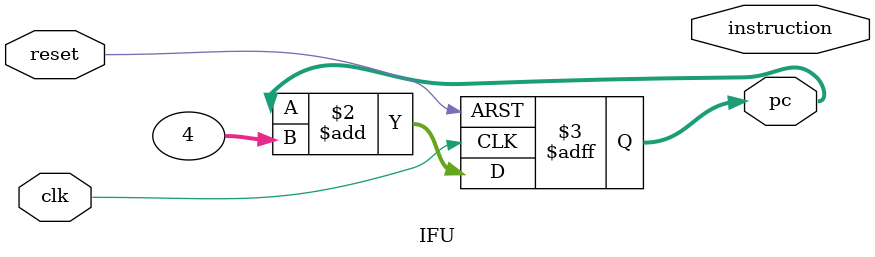
<source format=v>
module IFU (
    input clk,
    input reset,
    output reg [31:0] pc,
    output [31:0] instruction
);

    always @(posedge clk or posedge reset) begin
        if (reset)
            pc <= 32'd0;
        else
            pc <= pc + 4;  // Increment by 4 for the next instruction
    end
endmodule


</source>
